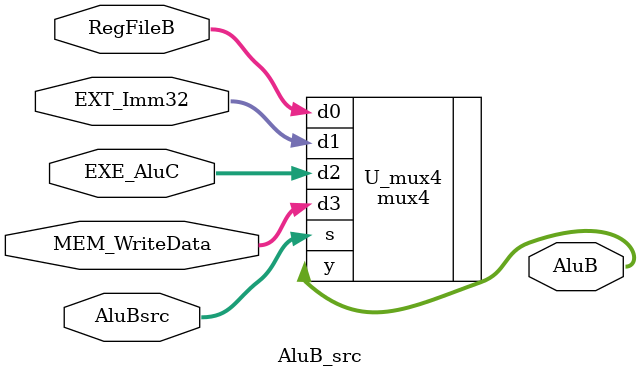
<source format=v>
`include "mux.v"
module Alu (A, B, ALUOp, C);         
    input  [31:0] A, B;
    input  [3:0]  ALUOp;
    output reg [31:0] C;
        
    always @( A or B or ALUOp ) 
    begin
        case ( ALUOp )
            4'b0000: C = A + B;             //加
            4'b0100: C = A - B;             //减
            4'b0101: C = A | B;             //或
        endcase
    end
endmodule

module AluA_src(RegFileA , EXE_AluC , MEM_WriteData , AluAsrc , AluA);
    input   [31:0]          RegFileA;
    input   [31:0]          EXE_AluC;
    input   [31:0]          MEM_WriteData;
    input   [1:0]           AluAsrc;
    output  [31:0]          AluA;

    wire    [31:0]          temp;

    mux4 U_mux4(
        .d0(RegFileA),
        .d1(EXE_AluC),
        .d2(MEM_WriteData),
        .d3(temp),
        .s(AluAsrc),
        .y(AluA)
    );
endmodule

module AluB_src(RegFileB , EXT_Imm32, EXE_AluC , MEM_WriteData , AluBsrc , AluB);
    input   [31:0]          RegFileB;
    input   [31:0]          EXT_Imm32;
    input   [31:0]          EXE_AluC;
    input   [31:0]          MEM_WriteData;
    input   [1:0]           AluBsrc;
    output  [31:0]          AluB;

    mux4 U_mux4(
        .d0(RegFileB),
        .d1(EXT_Imm32),
        .d2(EXE_AluC),
        .d3(MEM_WriteData),
        .s(AluBsrc),
        .y(AluB)
    );
endmodule

</source>
